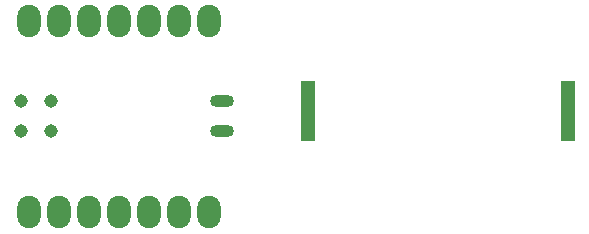
<source format=gtp>
%TF.GenerationSoftware,KiCad,Pcbnew,(5.1.12)-1*%
%TF.CreationDate,2021-12-05T03:49:59-08:00*%
%TF.ProjectId,orthodox_v3,6f727468-6f64-46f7-985f-76332e6b6963,rev?*%
%TF.SameCoordinates,Original*%
%TF.FileFunction,Paste,Top*%
%TF.FilePolarity,Positive*%
%FSLAX46Y46*%
G04 Gerber Fmt 4.6, Leading zero omitted, Abs format (unit mm)*
G04 Created by KiCad (PCBNEW (5.1.12)-1) date 2021-12-05 03:49:59*
%MOMM*%
%LPD*%
G01*
G04 APERTURE LIST*
%ADD10O,1.998980X2.748280*%
%ADD11O,2.032000X1.016000*%
%ADD12C,1.143000*%
%ADD13R,1.270000X5.080000*%
G04 APERTURE END LIST*
D10*
%TO.C,U1*%
X31382180Y-76602320D03*
X33922180Y-76602320D03*
X36462180Y-76602320D03*
X39002180Y-76602320D03*
X41542180Y-76602320D03*
X44082180Y-76602320D03*
X46622180Y-76602320D03*
X46622180Y-92766880D03*
X44082180Y-92766880D03*
X41542180Y-92766880D03*
X39002180Y-92766880D03*
X36462180Y-92766880D03*
X33922180Y-92766880D03*
X31382180Y-92766880D03*
D11*
X47700000Y-85900000D03*
X47700000Y-83350000D03*
D12*
X30695813Y-85901197D03*
X30695813Y-83361197D03*
X33235813Y-85901197D03*
X33235813Y-83361197D03*
%TD*%
D13*
%TO.C,BT1*%
X55015000Y-84200000D03*
X76985000Y-84200000D03*
%TD*%
M02*

</source>
